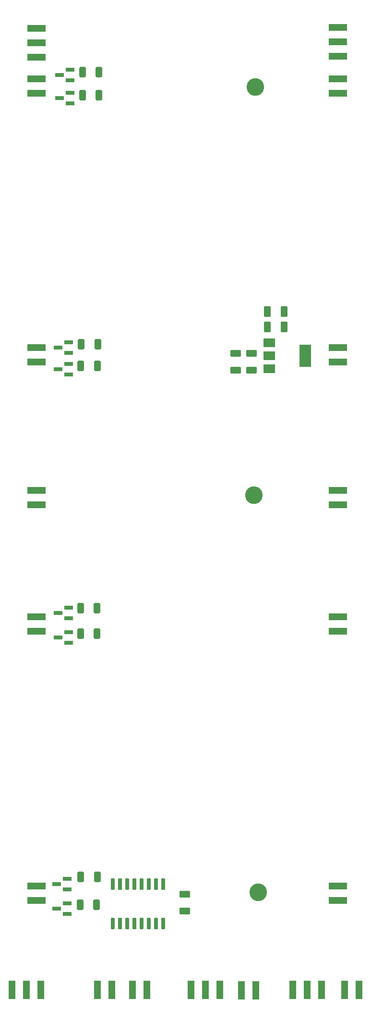
<source format=gbr>
%TF.GenerationSoftware,KiCad,Pcbnew,(6.0.7-1)-1*%
%TF.CreationDate,2022-12-02T15:43:41+01:00*%
%TF.ProjectId,8x3,3878332e-6b69-4636-9164-5f7063625858,rev?*%
%TF.SameCoordinates,Original*%
%TF.FileFunction,Soldermask,Bot*%
%TF.FilePolarity,Negative*%
%FSLAX46Y46*%
G04 Gerber Fmt 4.6, Leading zero omitted, Abs format (unit mm)*
G04 Created by KiCad (PCBNEW (6.0.7-1)-1) date 2022-12-02 15:43:41*
%MOMM*%
%LPD*%
G01*
G04 APERTURE LIST*
G04 Aperture macros list*
%AMRoundRect*
0 Rectangle with rounded corners*
0 $1 Rounding radius*
0 $2 $3 $4 $5 $6 $7 $8 $9 X,Y pos of 4 corners*
0 Add a 4 corners polygon primitive as box body*
4,1,4,$2,$3,$4,$5,$6,$7,$8,$9,$2,$3,0*
0 Add four circle primitives for the rounded corners*
1,1,$1+$1,$2,$3*
1,1,$1+$1,$4,$5*
1,1,$1+$1,$6,$7*
1,1,$1+$1,$8,$9*
0 Add four rect primitives between the rounded corners*
20,1,$1+$1,$2,$3,$4,$5,0*
20,1,$1+$1,$4,$5,$6,$7,0*
20,1,$1+$1,$6,$7,$8,$9,0*
20,1,$1+$1,$8,$9,$2,$3,0*%
G04 Aperture macros list end*
%ADD10C,3.100000*%
%ADD11RoundRect,0.300000X0.312500X0.625000X-0.312500X0.625000X-0.312500X-0.625000X0.312500X-0.625000X0*%
%ADD12RoundRect,0.300000X0.325000X0.650000X-0.325000X0.650000X-0.325000X-0.650000X0.325000X-0.650000X0*%
%ADD13RoundRect,0.050000X-1.600000X-0.510000X1.600000X-0.510000X1.600000X0.510000X-1.600000X0.510000X0*%
%ADD14RoundRect,0.300000X0.650000X-0.325000X0.650000X0.325000X-0.650000X0.325000X-0.650000X-0.325000X0*%
%ADD15RoundRect,0.200000X0.587500X0.150000X-0.587500X0.150000X-0.587500X-0.150000X0.587500X-0.150000X0*%
%ADD16RoundRect,0.050000X-0.510000X1.600000X-0.510000X-1.600000X0.510000X-1.600000X0.510000X1.600000X0*%
%ADD17RoundRect,0.050000X1.600000X0.510000X-1.600000X0.510000X-1.600000X-0.510000X1.600000X-0.510000X0*%
%ADD18RoundRect,0.200000X0.150000X-0.837500X0.150000X0.837500X-0.150000X0.837500X-0.150000X-0.837500X0*%
%ADD19RoundRect,0.050000X-1.000000X-0.750000X1.000000X-0.750000X1.000000X0.750000X-1.000000X0.750000X0*%
%ADD20RoundRect,0.050000X-1.000000X-1.900000X1.000000X-1.900000X1.000000X1.900000X-1.000000X1.900000X0*%
G04 APERTURE END LIST*
D10*
%TO.C,M3*%
X62080000Y-53720000D03*
%TD*%
%TO.C,M2*%
X61810000Y-125540000D03*
%TD*%
%TO.C,M1*%
X62580000Y-195470000D03*
%TD*%
D11*
%TO.C,R4*%
X34172500Y-102770000D03*
X31247500Y-102770000D03*
%TD*%
%TO.C,R1*%
X34482500Y-51054000D03*
X31557500Y-51054000D03*
%TD*%
D12*
%TO.C,CI2*%
X67105000Y-95950000D03*
X64155000Y-95950000D03*
%TD*%
D13*
%TO.C,J7*%
X76590000Y-48305000D03*
X76590000Y-45765000D03*
X76590000Y-43225000D03*
%TD*%
D14*
%TO.C,CI5*%
X58610000Y-103575000D03*
X58610000Y-100625000D03*
%TD*%
D11*
%TO.C,R8*%
X34062500Y-197690000D03*
X31137500Y-197690000D03*
%TD*%
D13*
%TO.C,J10*%
X76590000Y-124730000D03*
X76590000Y-127270000D03*
%TD*%
D15*
%TO.C,Q7*%
X28877500Y-193106000D03*
X28877500Y-195006000D03*
X27002500Y-194056000D03*
%TD*%
%TO.C,Q2*%
X29385500Y-54676000D03*
X29385500Y-56576000D03*
X27510500Y-55626000D03*
%TD*%
D16*
%TO.C,J14*%
X36720000Y-212690000D03*
X34180000Y-212690000D03*
%TD*%
D13*
%TO.C,J9*%
X76590000Y-99610000D03*
X76590000Y-102150000D03*
%TD*%
D15*
%TO.C,Q3*%
X29131500Y-98618000D03*
X29131500Y-100518000D03*
X27256500Y-99568000D03*
%TD*%
D11*
%TO.C,R7*%
X34162500Y-192780000D03*
X31237500Y-192780000D03*
%TD*%
D17*
%TO.C,J2*%
X23410000Y-54750000D03*
X23410000Y-52210000D03*
%TD*%
D14*
%TO.C,CI1*%
X49590000Y-198785000D03*
X49590000Y-195835000D03*
%TD*%
D15*
%TO.C,Q8*%
X28877500Y-197424000D03*
X28877500Y-199324000D03*
X27002500Y-198374000D03*
%TD*%
D13*
%TO.C,J11*%
X76590000Y-147010000D03*
X76590000Y-149550000D03*
%TD*%
D17*
%TO.C,J3*%
X23410000Y-102150000D03*
X23410000Y-99610000D03*
%TD*%
D18*
%TO.C,UI1*%
X45795000Y-201032500D03*
X44525000Y-201032500D03*
X43255000Y-201032500D03*
X41985000Y-201032500D03*
X40715000Y-201032500D03*
X39445000Y-201032500D03*
X38175000Y-201032500D03*
X36905000Y-201032500D03*
X36905000Y-194107500D03*
X38175000Y-194107500D03*
X39445000Y-194107500D03*
X40715000Y-194107500D03*
X41985000Y-194107500D03*
X43255000Y-194107500D03*
X44525000Y-194107500D03*
X45795000Y-194107500D03*
%TD*%
D16*
%TO.C,J17*%
X62140000Y-212760000D03*
X59600000Y-212760000D03*
%TD*%
D15*
%TO.C,Q5*%
X29131500Y-145354000D03*
X29131500Y-147254000D03*
X27256500Y-146304000D03*
%TD*%
D11*
%TO.C,R2*%
X34482500Y-55118000D03*
X31557500Y-55118000D03*
%TD*%
D16*
%TO.C,J15*%
X42960000Y-212690000D03*
X40420000Y-212690000D03*
%TD*%
D17*
%TO.C,J4*%
X23410000Y-127270000D03*
X23410000Y-124730000D03*
%TD*%
D11*
%TO.C,R3*%
X34282500Y-98960000D03*
X31357500Y-98960000D03*
%TD*%
%TO.C,R6*%
X34152500Y-149990000D03*
X31227500Y-149990000D03*
%TD*%
D14*
%TO.C,CI4*%
X61380000Y-103555000D03*
X61380000Y-100605000D03*
%TD*%
D13*
%TO.C,J12*%
X76590000Y-194410000D03*
X76590000Y-196950000D03*
%TD*%
D17*
%TO.C,J1*%
X23410000Y-43325000D03*
X23410000Y-45865000D03*
X23410000Y-48405000D03*
%TD*%
%TO.C,J5*%
X23410000Y-149550000D03*
X23410000Y-147010000D03*
%TD*%
D12*
%TO.C,CI3*%
X67135000Y-93270000D03*
X64185000Y-93270000D03*
%TD*%
D15*
%TO.C,Q1*%
X29385500Y-50612000D03*
X29385500Y-52512000D03*
X27510500Y-51562000D03*
%TD*%
D16*
%TO.C,J19*%
X80350000Y-212690000D03*
X77810000Y-212690000D03*
%TD*%
D19*
%TO.C,UI2*%
X64530000Y-103300000D03*
X64530000Y-101000000D03*
X64530000Y-98700000D03*
D20*
X70830000Y-101000000D03*
%TD*%
D15*
%TO.C,Q6*%
X29131500Y-149672000D03*
X29131500Y-151572000D03*
X27256500Y-150622000D03*
%TD*%
%TO.C,Q4*%
X29131500Y-102428000D03*
X29131500Y-104328000D03*
X27256500Y-103378000D03*
%TD*%
D13*
%TO.C,J8*%
X76590000Y-52210000D03*
X76590000Y-54750000D03*
%TD*%
D16*
%TO.C,J16*%
X50685000Y-212690000D03*
X53225000Y-212690000D03*
X55765000Y-212690000D03*
%TD*%
%TO.C,J13*%
X19130000Y-212690000D03*
X21670000Y-212690000D03*
X24210000Y-212690000D03*
%TD*%
D17*
%TO.C,J6*%
X23410000Y-196950000D03*
X23410000Y-194410000D03*
%TD*%
D16*
%TO.C,J18*%
X68660000Y-212690000D03*
X71200000Y-212690000D03*
X73740000Y-212690000D03*
%TD*%
D11*
%TO.C,R5*%
X34152500Y-145430000D03*
X31227500Y-145430000D03*
%TD*%
M02*

</source>
